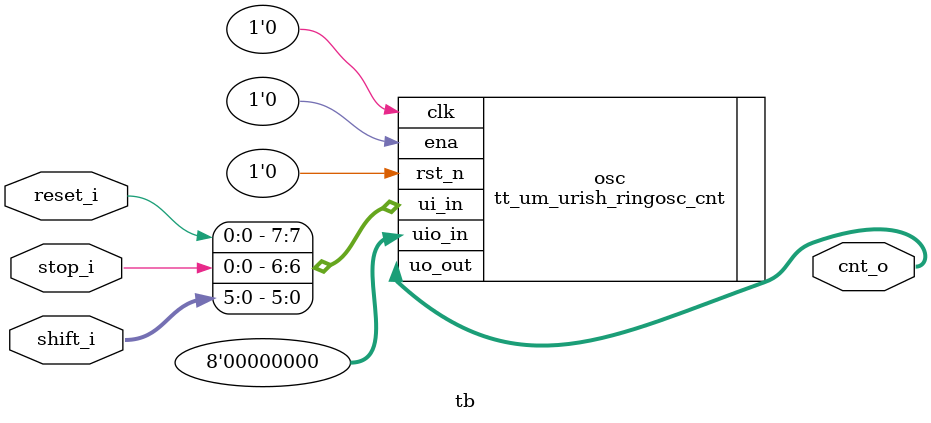
<source format=v>
`default_nettype none
`timescale 1ns/1ps

/*
this testbench just instantiates the module and makes some convenient wires
that can be driven / tested by the cocotb test.py
*/

module tb (
    // testbench is controlled by test.py
    input [5:0] shift_i,
    input stop_i,
    input reset_i,
    output [7:0] cnt_o
   );

    // this part dumps the trace to a vcd file that can be viewed with GTKWave
    initial begin
        $dumpfile ("tb.vcd");
        $dumpvars (0, tb);
        #1;
    end

    // instantiate the DUT
    tt_um_urish_ringosc_cnt osc(
    // include power ports for the Gate Level test
    `ifdef GL_TEST
        .VPWR( 1'b1),
        .VGND( 1'b0),
    `endif
        .ui_in  ({reset_i, stop_i, shift_i}),
        .uo_out (cnt_o),
        .uio_in (8'b0),
        .ena    (1'b0),
        .clk    (1'b0),
        .rst_n  (1'b0)
    );

endmodule



</source>
